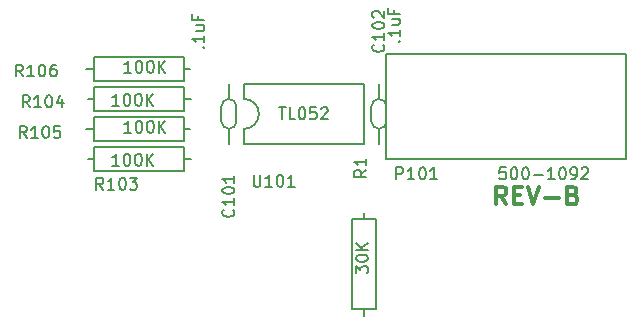
<source format=gbr>
G04 #@! TF.GenerationSoftware,KiCad,Pcbnew,(5.0.1)-3*
G04 #@! TF.CreationDate,2018-12-07T15:58:26-08:00*
G04 #@! TF.ProjectId,500-1092-DualAtnGain,3530302D313039322D4475616C41746E,rev?*
G04 #@! TF.SameCoordinates,Original*
G04 #@! TF.FileFunction,Legend,Top*
G04 #@! TF.FilePolarity,Positive*
%FSLAX46Y46*%
G04 Gerber Fmt 4.6, Leading zero omitted, Abs format (unit mm)*
G04 Created by KiCad (PCBNEW (5.0.1)-3) date 12/7/2018 3:58:26 PM*
%MOMM*%
%LPD*%
G01*
G04 APERTURE LIST*
%ADD10C,0.300000*%
%ADD11C,0.150000*%
G04 APERTURE END LIST*
D10*
X155579285Y-101643571D02*
X155079285Y-100929285D01*
X154722142Y-101643571D02*
X154722142Y-100143571D01*
X155293571Y-100143571D01*
X155436428Y-100215000D01*
X155507857Y-100286428D01*
X155579285Y-100429285D01*
X155579285Y-100643571D01*
X155507857Y-100786428D01*
X155436428Y-100857857D01*
X155293571Y-100929285D01*
X154722142Y-100929285D01*
X156222142Y-100857857D02*
X156722142Y-100857857D01*
X156936428Y-101643571D02*
X156222142Y-101643571D01*
X156222142Y-100143571D01*
X156936428Y-100143571D01*
X157365000Y-100143571D02*
X157865000Y-101643571D01*
X158365000Y-100143571D01*
X158865000Y-101072142D02*
X160007857Y-101072142D01*
X161222142Y-100857857D02*
X161436428Y-100929285D01*
X161507857Y-101000714D01*
X161579285Y-101143571D01*
X161579285Y-101357857D01*
X161507857Y-101500714D01*
X161436428Y-101572142D01*
X161293571Y-101643571D01*
X160722142Y-101643571D01*
X160722142Y-100143571D01*
X161222142Y-100143571D01*
X161365000Y-100215000D01*
X161436428Y-100286428D01*
X161507857Y-100429285D01*
X161507857Y-100572142D01*
X161436428Y-100715000D01*
X161365000Y-100786428D01*
X161222142Y-100857857D01*
X160722142Y-100857857D01*
D11*
G04 #@! TO.C,C101*
X131445000Y-94615000D02*
G75*
G03X132080000Y-95250000I635000J0D01*
G01*
X132080000Y-95250000D02*
G75*
G03X132715000Y-94615000I0J635000D01*
G01*
X132080000Y-92710000D02*
G75*
G03X131445000Y-93345000I0J-635000D01*
G01*
X132715000Y-93345000D02*
G75*
G03X132080000Y-92710000I-635000J0D01*
G01*
X131445000Y-93345000D02*
X131445000Y-94615000D01*
X132715000Y-93345000D02*
X132715000Y-94615000D01*
X132080000Y-96520000D02*
X132080000Y-95250000D01*
X132080000Y-91440000D02*
X132080000Y-92710000D01*
G04 #@! TO.C,C102*
X145415000Y-93345000D02*
G75*
G03X144780000Y-92710000I-635000J0D01*
G01*
X144780000Y-92710000D02*
G75*
G03X144145000Y-93345000I0J-635000D01*
G01*
X144780000Y-95250000D02*
G75*
G03X145415000Y-94615000I0J635000D01*
G01*
X144145000Y-94615000D02*
G75*
G03X144780000Y-95250000I635000J0D01*
G01*
X145415000Y-94615000D02*
X145415000Y-93345000D01*
X144145000Y-94615000D02*
X144145000Y-93345000D01*
X144780000Y-91440000D02*
X144780000Y-92710000D01*
X144780000Y-96520000D02*
X144780000Y-95250000D01*
G04 #@! TO.C,R103*
X120650000Y-96774000D02*
X120650000Y-98806000D01*
X128270000Y-96774000D02*
X128270000Y-98806000D01*
X120650000Y-97790000D02*
X120142000Y-97790000D01*
X128905000Y-97790000D02*
X128270000Y-97790000D01*
X120650000Y-98806000D02*
X128270000Y-98806000D01*
X128270000Y-96774000D02*
X120650000Y-96774000D01*
G04 #@! TO.C,R104*
X120650000Y-91694000D02*
X120650000Y-93726000D01*
X128270000Y-91694000D02*
X128270000Y-93726000D01*
X120650000Y-92710000D02*
X120142000Y-92710000D01*
X128905000Y-92710000D02*
X128270000Y-92710000D01*
X120650000Y-93726000D02*
X128270000Y-93726000D01*
X128270000Y-91694000D02*
X120650000Y-91694000D01*
G04 #@! TO.C,R105*
X128270000Y-96266000D02*
X128270000Y-94234000D01*
X120650000Y-96266000D02*
X120650000Y-94234000D01*
X128270000Y-95250000D02*
X128778000Y-95250000D01*
X120015000Y-95250000D02*
X120650000Y-95250000D01*
X128270000Y-94234000D02*
X120650000Y-94234000D01*
X120650000Y-96266000D02*
X128270000Y-96266000D01*
G04 #@! TO.C,R106*
X128270000Y-91186000D02*
X128270000Y-89154000D01*
X120650000Y-91186000D02*
X120650000Y-89154000D01*
X128270000Y-90170000D02*
X128778000Y-90170000D01*
X120015000Y-90170000D02*
X120650000Y-90170000D01*
X128270000Y-89154000D02*
X120650000Y-89154000D01*
X120650000Y-91186000D02*
X128270000Y-91186000D01*
G04 #@! TO.C,U101*
X133350000Y-95250000D02*
G75*
G03X134620000Y-93980000I0J1270000D01*
G01*
X134620000Y-93980000D02*
G75*
G03X133350000Y-92710000I-1270000J0D01*
G01*
X133350000Y-91440000D02*
X133350000Y-92710000D01*
X133350000Y-91440000D02*
X143510000Y-91440000D01*
X143510000Y-91440000D02*
X143510000Y-96520000D01*
X143510000Y-96520000D02*
X133350000Y-96520000D01*
X133350000Y-96520000D02*
X133350000Y-95250000D01*
G04 #@! TO.C,P101*
X145415000Y-88900000D02*
X145415000Y-90805000D01*
X165735000Y-88900000D02*
X145415000Y-88900000D01*
X165735000Y-90805000D02*
X165735000Y-88900000D01*
X145415000Y-97790000D02*
X145415000Y-95885000D01*
X165735000Y-97790000D02*
X145415000Y-97790000D01*
X165735000Y-95885000D02*
X165735000Y-97790000D01*
X165735000Y-90805000D02*
X165735000Y-95885000D01*
X145415000Y-95885000D02*
X145415000Y-90805000D01*
G04 #@! TO.C,R1*
X144526000Y-102870000D02*
X142494000Y-102870000D01*
X144526000Y-110490000D02*
X142494000Y-110490000D01*
X143510000Y-102870000D02*
X143510000Y-102362000D01*
X143510000Y-111125000D02*
X143510000Y-110490000D01*
X142494000Y-102870000D02*
X142494000Y-110490000D01*
X144526000Y-110490000D02*
X144526000Y-102870000D01*
G04 #@! TO.C,C101*
X132437142Y-102084047D02*
X132484761Y-102131666D01*
X132532380Y-102274523D01*
X132532380Y-102369761D01*
X132484761Y-102512619D01*
X132389523Y-102607857D01*
X132294285Y-102655476D01*
X132103809Y-102703095D01*
X131960952Y-102703095D01*
X131770476Y-102655476D01*
X131675238Y-102607857D01*
X131580000Y-102512619D01*
X131532380Y-102369761D01*
X131532380Y-102274523D01*
X131580000Y-102131666D01*
X131627619Y-102084047D01*
X132532380Y-101131666D02*
X132532380Y-101703095D01*
X132532380Y-101417380D02*
X131532380Y-101417380D01*
X131675238Y-101512619D01*
X131770476Y-101607857D01*
X131818095Y-101703095D01*
X131532380Y-100512619D02*
X131532380Y-100417380D01*
X131580000Y-100322142D01*
X131627619Y-100274523D01*
X131722857Y-100226904D01*
X131913333Y-100179285D01*
X132151428Y-100179285D01*
X132341904Y-100226904D01*
X132437142Y-100274523D01*
X132484761Y-100322142D01*
X132532380Y-100417380D01*
X132532380Y-100512619D01*
X132484761Y-100607857D01*
X132437142Y-100655476D01*
X132341904Y-100703095D01*
X132151428Y-100750714D01*
X131913333Y-100750714D01*
X131722857Y-100703095D01*
X131627619Y-100655476D01*
X131580000Y-100607857D01*
X131532380Y-100512619D01*
X132532380Y-99226904D02*
X132532380Y-99798333D01*
X132532380Y-99512619D02*
X131532380Y-99512619D01*
X131675238Y-99607857D01*
X131770476Y-99703095D01*
X131818095Y-99798333D01*
X129897142Y-88352142D02*
X129944761Y-88304523D01*
X129992380Y-88352142D01*
X129944761Y-88399761D01*
X129897142Y-88352142D01*
X129992380Y-88352142D01*
X129992380Y-87352142D02*
X129992380Y-87923571D01*
X129992380Y-87637857D02*
X128992380Y-87637857D01*
X129135238Y-87733095D01*
X129230476Y-87828333D01*
X129278095Y-87923571D01*
X129325714Y-86495000D02*
X129992380Y-86495000D01*
X129325714Y-86923571D02*
X129849523Y-86923571D01*
X129944761Y-86875952D01*
X129992380Y-86780714D01*
X129992380Y-86637857D01*
X129944761Y-86542619D01*
X129897142Y-86495000D01*
X129468571Y-85685476D02*
X129468571Y-86018809D01*
X129992380Y-86018809D02*
X128992380Y-86018809D01*
X128992380Y-85542619D01*
G04 #@! TO.C,C102*
X145137142Y-88114047D02*
X145184761Y-88161666D01*
X145232380Y-88304523D01*
X145232380Y-88399761D01*
X145184761Y-88542619D01*
X145089523Y-88637857D01*
X144994285Y-88685476D01*
X144803809Y-88733095D01*
X144660952Y-88733095D01*
X144470476Y-88685476D01*
X144375238Y-88637857D01*
X144280000Y-88542619D01*
X144232380Y-88399761D01*
X144232380Y-88304523D01*
X144280000Y-88161666D01*
X144327619Y-88114047D01*
X145232380Y-87161666D02*
X145232380Y-87733095D01*
X145232380Y-87447380D02*
X144232380Y-87447380D01*
X144375238Y-87542619D01*
X144470476Y-87637857D01*
X144518095Y-87733095D01*
X144232380Y-86542619D02*
X144232380Y-86447380D01*
X144280000Y-86352142D01*
X144327619Y-86304523D01*
X144422857Y-86256904D01*
X144613333Y-86209285D01*
X144851428Y-86209285D01*
X145041904Y-86256904D01*
X145137142Y-86304523D01*
X145184761Y-86352142D01*
X145232380Y-86447380D01*
X145232380Y-86542619D01*
X145184761Y-86637857D01*
X145137142Y-86685476D01*
X145041904Y-86733095D01*
X144851428Y-86780714D01*
X144613333Y-86780714D01*
X144422857Y-86733095D01*
X144327619Y-86685476D01*
X144280000Y-86637857D01*
X144232380Y-86542619D01*
X144327619Y-85828333D02*
X144280000Y-85780714D01*
X144232380Y-85685476D01*
X144232380Y-85447380D01*
X144280000Y-85352142D01*
X144327619Y-85304523D01*
X144422857Y-85256904D01*
X144518095Y-85256904D01*
X144660952Y-85304523D01*
X145232380Y-85875952D01*
X145232380Y-85256904D01*
X146470642Y-87844142D02*
X146518261Y-87796523D01*
X146565880Y-87844142D01*
X146518261Y-87891761D01*
X146470642Y-87844142D01*
X146565880Y-87844142D01*
X146565880Y-86844142D02*
X146565880Y-87415571D01*
X146565880Y-87129857D02*
X145565880Y-87129857D01*
X145708738Y-87225095D01*
X145803976Y-87320333D01*
X145851595Y-87415571D01*
X145899214Y-85987000D02*
X146565880Y-85987000D01*
X145899214Y-86415571D02*
X146423023Y-86415571D01*
X146518261Y-86367952D01*
X146565880Y-86272714D01*
X146565880Y-86129857D01*
X146518261Y-86034619D01*
X146470642Y-85987000D01*
X146042071Y-85177476D02*
X146042071Y-85510809D01*
X146565880Y-85510809D02*
X145565880Y-85510809D01*
X145565880Y-85034619D01*
G04 #@! TO.C,R103*
X121435952Y-100401380D02*
X121102619Y-99925190D01*
X120864523Y-100401380D02*
X120864523Y-99401380D01*
X121245476Y-99401380D01*
X121340714Y-99449000D01*
X121388333Y-99496619D01*
X121435952Y-99591857D01*
X121435952Y-99734714D01*
X121388333Y-99829952D01*
X121340714Y-99877571D01*
X121245476Y-99925190D01*
X120864523Y-99925190D01*
X122388333Y-100401380D02*
X121816904Y-100401380D01*
X122102619Y-100401380D02*
X122102619Y-99401380D01*
X122007380Y-99544238D01*
X121912142Y-99639476D01*
X121816904Y-99687095D01*
X123007380Y-99401380D02*
X123102619Y-99401380D01*
X123197857Y-99449000D01*
X123245476Y-99496619D01*
X123293095Y-99591857D01*
X123340714Y-99782333D01*
X123340714Y-100020428D01*
X123293095Y-100210904D01*
X123245476Y-100306142D01*
X123197857Y-100353761D01*
X123102619Y-100401380D01*
X123007380Y-100401380D01*
X122912142Y-100353761D01*
X122864523Y-100306142D01*
X122816904Y-100210904D01*
X122769285Y-100020428D01*
X122769285Y-99782333D01*
X122816904Y-99591857D01*
X122864523Y-99496619D01*
X122912142Y-99449000D01*
X123007380Y-99401380D01*
X123674047Y-99401380D02*
X124293095Y-99401380D01*
X123959761Y-99782333D01*
X124102619Y-99782333D01*
X124197857Y-99829952D01*
X124245476Y-99877571D01*
X124293095Y-99972809D01*
X124293095Y-100210904D01*
X124245476Y-100306142D01*
X124197857Y-100353761D01*
X124102619Y-100401380D01*
X123816904Y-100401380D01*
X123721666Y-100353761D01*
X123674047Y-100306142D01*
X122785333Y-98369380D02*
X122213904Y-98369380D01*
X122499619Y-98369380D02*
X122499619Y-97369380D01*
X122404380Y-97512238D01*
X122309142Y-97607476D01*
X122213904Y-97655095D01*
X123404380Y-97369380D02*
X123499619Y-97369380D01*
X123594857Y-97417000D01*
X123642476Y-97464619D01*
X123690095Y-97559857D01*
X123737714Y-97750333D01*
X123737714Y-97988428D01*
X123690095Y-98178904D01*
X123642476Y-98274142D01*
X123594857Y-98321761D01*
X123499619Y-98369380D01*
X123404380Y-98369380D01*
X123309142Y-98321761D01*
X123261523Y-98274142D01*
X123213904Y-98178904D01*
X123166285Y-97988428D01*
X123166285Y-97750333D01*
X123213904Y-97559857D01*
X123261523Y-97464619D01*
X123309142Y-97417000D01*
X123404380Y-97369380D01*
X124356761Y-97369380D02*
X124452000Y-97369380D01*
X124547238Y-97417000D01*
X124594857Y-97464619D01*
X124642476Y-97559857D01*
X124690095Y-97750333D01*
X124690095Y-97988428D01*
X124642476Y-98178904D01*
X124594857Y-98274142D01*
X124547238Y-98321761D01*
X124452000Y-98369380D01*
X124356761Y-98369380D01*
X124261523Y-98321761D01*
X124213904Y-98274142D01*
X124166285Y-98178904D01*
X124118666Y-97988428D01*
X124118666Y-97750333D01*
X124166285Y-97559857D01*
X124213904Y-97464619D01*
X124261523Y-97417000D01*
X124356761Y-97369380D01*
X125118666Y-98369380D02*
X125118666Y-97369380D01*
X125690095Y-98369380D02*
X125261523Y-97797952D01*
X125690095Y-97369380D02*
X125118666Y-97940809D01*
G04 #@! TO.C,R104*
X115212952Y-93416380D02*
X114879619Y-92940190D01*
X114641523Y-93416380D02*
X114641523Y-92416380D01*
X115022476Y-92416380D01*
X115117714Y-92464000D01*
X115165333Y-92511619D01*
X115212952Y-92606857D01*
X115212952Y-92749714D01*
X115165333Y-92844952D01*
X115117714Y-92892571D01*
X115022476Y-92940190D01*
X114641523Y-92940190D01*
X116165333Y-93416380D02*
X115593904Y-93416380D01*
X115879619Y-93416380D02*
X115879619Y-92416380D01*
X115784380Y-92559238D01*
X115689142Y-92654476D01*
X115593904Y-92702095D01*
X116784380Y-92416380D02*
X116879619Y-92416380D01*
X116974857Y-92464000D01*
X117022476Y-92511619D01*
X117070095Y-92606857D01*
X117117714Y-92797333D01*
X117117714Y-93035428D01*
X117070095Y-93225904D01*
X117022476Y-93321142D01*
X116974857Y-93368761D01*
X116879619Y-93416380D01*
X116784380Y-93416380D01*
X116689142Y-93368761D01*
X116641523Y-93321142D01*
X116593904Y-93225904D01*
X116546285Y-93035428D01*
X116546285Y-92797333D01*
X116593904Y-92606857D01*
X116641523Y-92511619D01*
X116689142Y-92464000D01*
X116784380Y-92416380D01*
X117974857Y-92749714D02*
X117974857Y-93416380D01*
X117736761Y-92368761D02*
X117498666Y-93083047D01*
X118117714Y-93083047D01*
X122785333Y-93289380D02*
X122213904Y-93289380D01*
X122499619Y-93289380D02*
X122499619Y-92289380D01*
X122404380Y-92432238D01*
X122309142Y-92527476D01*
X122213904Y-92575095D01*
X123404380Y-92289380D02*
X123499619Y-92289380D01*
X123594857Y-92337000D01*
X123642476Y-92384619D01*
X123690095Y-92479857D01*
X123737714Y-92670333D01*
X123737714Y-92908428D01*
X123690095Y-93098904D01*
X123642476Y-93194142D01*
X123594857Y-93241761D01*
X123499619Y-93289380D01*
X123404380Y-93289380D01*
X123309142Y-93241761D01*
X123261523Y-93194142D01*
X123213904Y-93098904D01*
X123166285Y-92908428D01*
X123166285Y-92670333D01*
X123213904Y-92479857D01*
X123261523Y-92384619D01*
X123309142Y-92337000D01*
X123404380Y-92289380D01*
X124356761Y-92289380D02*
X124452000Y-92289380D01*
X124547238Y-92337000D01*
X124594857Y-92384619D01*
X124642476Y-92479857D01*
X124690095Y-92670333D01*
X124690095Y-92908428D01*
X124642476Y-93098904D01*
X124594857Y-93194142D01*
X124547238Y-93241761D01*
X124452000Y-93289380D01*
X124356761Y-93289380D01*
X124261523Y-93241761D01*
X124213904Y-93194142D01*
X124166285Y-93098904D01*
X124118666Y-92908428D01*
X124118666Y-92670333D01*
X124166285Y-92479857D01*
X124213904Y-92384619D01*
X124261523Y-92337000D01*
X124356761Y-92289380D01*
X125118666Y-93289380D02*
X125118666Y-92289380D01*
X125690095Y-93289380D02*
X125261523Y-92717952D01*
X125690095Y-92289380D02*
X125118666Y-92860809D01*
G04 #@! TO.C,R105*
X114958952Y-96019880D02*
X114625619Y-95543690D01*
X114387523Y-96019880D02*
X114387523Y-95019880D01*
X114768476Y-95019880D01*
X114863714Y-95067500D01*
X114911333Y-95115119D01*
X114958952Y-95210357D01*
X114958952Y-95353214D01*
X114911333Y-95448452D01*
X114863714Y-95496071D01*
X114768476Y-95543690D01*
X114387523Y-95543690D01*
X115911333Y-96019880D02*
X115339904Y-96019880D01*
X115625619Y-96019880D02*
X115625619Y-95019880D01*
X115530380Y-95162738D01*
X115435142Y-95257976D01*
X115339904Y-95305595D01*
X116530380Y-95019880D02*
X116625619Y-95019880D01*
X116720857Y-95067500D01*
X116768476Y-95115119D01*
X116816095Y-95210357D01*
X116863714Y-95400833D01*
X116863714Y-95638928D01*
X116816095Y-95829404D01*
X116768476Y-95924642D01*
X116720857Y-95972261D01*
X116625619Y-96019880D01*
X116530380Y-96019880D01*
X116435142Y-95972261D01*
X116387523Y-95924642D01*
X116339904Y-95829404D01*
X116292285Y-95638928D01*
X116292285Y-95400833D01*
X116339904Y-95210357D01*
X116387523Y-95115119D01*
X116435142Y-95067500D01*
X116530380Y-95019880D01*
X117768476Y-95019880D02*
X117292285Y-95019880D01*
X117244666Y-95496071D01*
X117292285Y-95448452D01*
X117387523Y-95400833D01*
X117625619Y-95400833D01*
X117720857Y-95448452D01*
X117768476Y-95496071D01*
X117816095Y-95591309D01*
X117816095Y-95829404D01*
X117768476Y-95924642D01*
X117720857Y-95972261D01*
X117625619Y-96019880D01*
X117387523Y-96019880D01*
X117292285Y-95972261D01*
X117244666Y-95924642D01*
X123801333Y-95575380D02*
X123229904Y-95575380D01*
X123515619Y-95575380D02*
X123515619Y-94575380D01*
X123420380Y-94718238D01*
X123325142Y-94813476D01*
X123229904Y-94861095D01*
X124420380Y-94575380D02*
X124515619Y-94575380D01*
X124610857Y-94623000D01*
X124658476Y-94670619D01*
X124706095Y-94765857D01*
X124753714Y-94956333D01*
X124753714Y-95194428D01*
X124706095Y-95384904D01*
X124658476Y-95480142D01*
X124610857Y-95527761D01*
X124515619Y-95575380D01*
X124420380Y-95575380D01*
X124325142Y-95527761D01*
X124277523Y-95480142D01*
X124229904Y-95384904D01*
X124182285Y-95194428D01*
X124182285Y-94956333D01*
X124229904Y-94765857D01*
X124277523Y-94670619D01*
X124325142Y-94623000D01*
X124420380Y-94575380D01*
X125372761Y-94575380D02*
X125468000Y-94575380D01*
X125563238Y-94623000D01*
X125610857Y-94670619D01*
X125658476Y-94765857D01*
X125706095Y-94956333D01*
X125706095Y-95194428D01*
X125658476Y-95384904D01*
X125610857Y-95480142D01*
X125563238Y-95527761D01*
X125468000Y-95575380D01*
X125372761Y-95575380D01*
X125277523Y-95527761D01*
X125229904Y-95480142D01*
X125182285Y-95384904D01*
X125134666Y-95194428D01*
X125134666Y-94956333D01*
X125182285Y-94765857D01*
X125229904Y-94670619D01*
X125277523Y-94623000D01*
X125372761Y-94575380D01*
X126134666Y-95575380D02*
X126134666Y-94575380D01*
X126706095Y-95575380D02*
X126277523Y-95003952D01*
X126706095Y-94575380D02*
X126134666Y-95146809D01*
G04 #@! TO.C,R106*
X114641452Y-90812880D02*
X114308119Y-90336690D01*
X114070023Y-90812880D02*
X114070023Y-89812880D01*
X114450976Y-89812880D01*
X114546214Y-89860500D01*
X114593833Y-89908119D01*
X114641452Y-90003357D01*
X114641452Y-90146214D01*
X114593833Y-90241452D01*
X114546214Y-90289071D01*
X114450976Y-90336690D01*
X114070023Y-90336690D01*
X115593833Y-90812880D02*
X115022404Y-90812880D01*
X115308119Y-90812880D02*
X115308119Y-89812880D01*
X115212880Y-89955738D01*
X115117642Y-90050976D01*
X115022404Y-90098595D01*
X116212880Y-89812880D02*
X116308119Y-89812880D01*
X116403357Y-89860500D01*
X116450976Y-89908119D01*
X116498595Y-90003357D01*
X116546214Y-90193833D01*
X116546214Y-90431928D01*
X116498595Y-90622404D01*
X116450976Y-90717642D01*
X116403357Y-90765261D01*
X116308119Y-90812880D01*
X116212880Y-90812880D01*
X116117642Y-90765261D01*
X116070023Y-90717642D01*
X116022404Y-90622404D01*
X115974785Y-90431928D01*
X115974785Y-90193833D01*
X116022404Y-90003357D01*
X116070023Y-89908119D01*
X116117642Y-89860500D01*
X116212880Y-89812880D01*
X117403357Y-89812880D02*
X117212880Y-89812880D01*
X117117642Y-89860500D01*
X117070023Y-89908119D01*
X116974785Y-90050976D01*
X116927166Y-90241452D01*
X116927166Y-90622404D01*
X116974785Y-90717642D01*
X117022404Y-90765261D01*
X117117642Y-90812880D01*
X117308119Y-90812880D01*
X117403357Y-90765261D01*
X117450976Y-90717642D01*
X117498595Y-90622404D01*
X117498595Y-90384309D01*
X117450976Y-90289071D01*
X117403357Y-90241452D01*
X117308119Y-90193833D01*
X117117642Y-90193833D01*
X117022404Y-90241452D01*
X116974785Y-90289071D01*
X116927166Y-90384309D01*
X123801333Y-90495380D02*
X123229904Y-90495380D01*
X123515619Y-90495380D02*
X123515619Y-89495380D01*
X123420380Y-89638238D01*
X123325142Y-89733476D01*
X123229904Y-89781095D01*
X124420380Y-89495380D02*
X124515619Y-89495380D01*
X124610857Y-89543000D01*
X124658476Y-89590619D01*
X124706095Y-89685857D01*
X124753714Y-89876333D01*
X124753714Y-90114428D01*
X124706095Y-90304904D01*
X124658476Y-90400142D01*
X124610857Y-90447761D01*
X124515619Y-90495380D01*
X124420380Y-90495380D01*
X124325142Y-90447761D01*
X124277523Y-90400142D01*
X124229904Y-90304904D01*
X124182285Y-90114428D01*
X124182285Y-89876333D01*
X124229904Y-89685857D01*
X124277523Y-89590619D01*
X124325142Y-89543000D01*
X124420380Y-89495380D01*
X125372761Y-89495380D02*
X125468000Y-89495380D01*
X125563238Y-89543000D01*
X125610857Y-89590619D01*
X125658476Y-89685857D01*
X125706095Y-89876333D01*
X125706095Y-90114428D01*
X125658476Y-90304904D01*
X125610857Y-90400142D01*
X125563238Y-90447761D01*
X125468000Y-90495380D01*
X125372761Y-90495380D01*
X125277523Y-90447761D01*
X125229904Y-90400142D01*
X125182285Y-90304904D01*
X125134666Y-90114428D01*
X125134666Y-89876333D01*
X125182285Y-89685857D01*
X125229904Y-89590619D01*
X125277523Y-89543000D01*
X125372761Y-89495380D01*
X126134666Y-90495380D02*
X126134666Y-89495380D01*
X126706095Y-90495380D02*
X126277523Y-89923952D01*
X126706095Y-89495380D02*
X126134666Y-90066809D01*
G04 #@! TO.C,U101*
X134175714Y-99147380D02*
X134175714Y-99956904D01*
X134223333Y-100052142D01*
X134270952Y-100099761D01*
X134366190Y-100147380D01*
X134556666Y-100147380D01*
X134651904Y-100099761D01*
X134699523Y-100052142D01*
X134747142Y-99956904D01*
X134747142Y-99147380D01*
X135747142Y-100147380D02*
X135175714Y-100147380D01*
X135461428Y-100147380D02*
X135461428Y-99147380D01*
X135366190Y-99290238D01*
X135270952Y-99385476D01*
X135175714Y-99433095D01*
X136366190Y-99147380D02*
X136461428Y-99147380D01*
X136556666Y-99195000D01*
X136604285Y-99242619D01*
X136651904Y-99337857D01*
X136699523Y-99528333D01*
X136699523Y-99766428D01*
X136651904Y-99956904D01*
X136604285Y-100052142D01*
X136556666Y-100099761D01*
X136461428Y-100147380D01*
X136366190Y-100147380D01*
X136270952Y-100099761D01*
X136223333Y-100052142D01*
X136175714Y-99956904D01*
X136128095Y-99766428D01*
X136128095Y-99528333D01*
X136175714Y-99337857D01*
X136223333Y-99242619D01*
X136270952Y-99195000D01*
X136366190Y-99147380D01*
X137651904Y-100147380D02*
X137080476Y-100147380D01*
X137366190Y-100147380D02*
X137366190Y-99147380D01*
X137270952Y-99290238D01*
X137175714Y-99385476D01*
X137080476Y-99433095D01*
X136310952Y-93432380D02*
X136882380Y-93432380D01*
X136596666Y-94432380D02*
X136596666Y-93432380D01*
X137691904Y-94432380D02*
X137215714Y-94432380D01*
X137215714Y-93432380D01*
X138215714Y-93432380D02*
X138310952Y-93432380D01*
X138406190Y-93480000D01*
X138453809Y-93527619D01*
X138501428Y-93622857D01*
X138549047Y-93813333D01*
X138549047Y-94051428D01*
X138501428Y-94241904D01*
X138453809Y-94337142D01*
X138406190Y-94384761D01*
X138310952Y-94432380D01*
X138215714Y-94432380D01*
X138120476Y-94384761D01*
X138072857Y-94337142D01*
X138025238Y-94241904D01*
X137977619Y-94051428D01*
X137977619Y-93813333D01*
X138025238Y-93622857D01*
X138072857Y-93527619D01*
X138120476Y-93480000D01*
X138215714Y-93432380D01*
X139453809Y-93432380D02*
X138977619Y-93432380D01*
X138930000Y-93908571D01*
X138977619Y-93860952D01*
X139072857Y-93813333D01*
X139310952Y-93813333D01*
X139406190Y-93860952D01*
X139453809Y-93908571D01*
X139501428Y-94003809D01*
X139501428Y-94241904D01*
X139453809Y-94337142D01*
X139406190Y-94384761D01*
X139310952Y-94432380D01*
X139072857Y-94432380D01*
X138977619Y-94384761D01*
X138930000Y-94337142D01*
X139882380Y-93527619D02*
X139930000Y-93480000D01*
X140025238Y-93432380D01*
X140263333Y-93432380D01*
X140358571Y-93480000D01*
X140406190Y-93527619D01*
X140453809Y-93622857D01*
X140453809Y-93718095D01*
X140406190Y-93860952D01*
X139834761Y-94432380D01*
X140453809Y-94432380D01*
G04 #@! TO.C,P101*
X146264523Y-99512380D02*
X146264523Y-98512380D01*
X146645476Y-98512380D01*
X146740714Y-98560000D01*
X146788333Y-98607619D01*
X146835952Y-98702857D01*
X146835952Y-98845714D01*
X146788333Y-98940952D01*
X146740714Y-98988571D01*
X146645476Y-99036190D01*
X146264523Y-99036190D01*
X147788333Y-99512380D02*
X147216904Y-99512380D01*
X147502619Y-99512380D02*
X147502619Y-98512380D01*
X147407380Y-98655238D01*
X147312142Y-98750476D01*
X147216904Y-98798095D01*
X148407380Y-98512380D02*
X148502619Y-98512380D01*
X148597857Y-98560000D01*
X148645476Y-98607619D01*
X148693095Y-98702857D01*
X148740714Y-98893333D01*
X148740714Y-99131428D01*
X148693095Y-99321904D01*
X148645476Y-99417142D01*
X148597857Y-99464761D01*
X148502619Y-99512380D01*
X148407380Y-99512380D01*
X148312142Y-99464761D01*
X148264523Y-99417142D01*
X148216904Y-99321904D01*
X148169285Y-99131428D01*
X148169285Y-98893333D01*
X148216904Y-98702857D01*
X148264523Y-98607619D01*
X148312142Y-98560000D01*
X148407380Y-98512380D01*
X149693095Y-99512380D02*
X149121666Y-99512380D01*
X149407380Y-99512380D02*
X149407380Y-98512380D01*
X149312142Y-98655238D01*
X149216904Y-98750476D01*
X149121666Y-98798095D01*
X155511904Y-98512380D02*
X155035714Y-98512380D01*
X154988095Y-98988571D01*
X155035714Y-98940952D01*
X155130952Y-98893333D01*
X155369047Y-98893333D01*
X155464285Y-98940952D01*
X155511904Y-98988571D01*
X155559523Y-99083809D01*
X155559523Y-99321904D01*
X155511904Y-99417142D01*
X155464285Y-99464761D01*
X155369047Y-99512380D01*
X155130952Y-99512380D01*
X155035714Y-99464761D01*
X154988095Y-99417142D01*
X156178571Y-98512380D02*
X156273809Y-98512380D01*
X156369047Y-98560000D01*
X156416666Y-98607619D01*
X156464285Y-98702857D01*
X156511904Y-98893333D01*
X156511904Y-99131428D01*
X156464285Y-99321904D01*
X156416666Y-99417142D01*
X156369047Y-99464761D01*
X156273809Y-99512380D01*
X156178571Y-99512380D01*
X156083333Y-99464761D01*
X156035714Y-99417142D01*
X155988095Y-99321904D01*
X155940476Y-99131428D01*
X155940476Y-98893333D01*
X155988095Y-98702857D01*
X156035714Y-98607619D01*
X156083333Y-98560000D01*
X156178571Y-98512380D01*
X157130952Y-98512380D02*
X157226190Y-98512380D01*
X157321428Y-98560000D01*
X157369047Y-98607619D01*
X157416666Y-98702857D01*
X157464285Y-98893333D01*
X157464285Y-99131428D01*
X157416666Y-99321904D01*
X157369047Y-99417142D01*
X157321428Y-99464761D01*
X157226190Y-99512380D01*
X157130952Y-99512380D01*
X157035714Y-99464761D01*
X156988095Y-99417142D01*
X156940476Y-99321904D01*
X156892857Y-99131428D01*
X156892857Y-98893333D01*
X156940476Y-98702857D01*
X156988095Y-98607619D01*
X157035714Y-98560000D01*
X157130952Y-98512380D01*
X157892857Y-99131428D02*
X158654761Y-99131428D01*
X159654761Y-99512380D02*
X159083333Y-99512380D01*
X159369047Y-99512380D02*
X159369047Y-98512380D01*
X159273809Y-98655238D01*
X159178571Y-98750476D01*
X159083333Y-98798095D01*
X160273809Y-98512380D02*
X160369047Y-98512380D01*
X160464285Y-98560000D01*
X160511904Y-98607619D01*
X160559523Y-98702857D01*
X160607142Y-98893333D01*
X160607142Y-99131428D01*
X160559523Y-99321904D01*
X160511904Y-99417142D01*
X160464285Y-99464761D01*
X160369047Y-99512380D01*
X160273809Y-99512380D01*
X160178571Y-99464761D01*
X160130952Y-99417142D01*
X160083333Y-99321904D01*
X160035714Y-99131428D01*
X160035714Y-98893333D01*
X160083333Y-98702857D01*
X160130952Y-98607619D01*
X160178571Y-98560000D01*
X160273809Y-98512380D01*
X161083333Y-99512380D02*
X161273809Y-99512380D01*
X161369047Y-99464761D01*
X161416666Y-99417142D01*
X161511904Y-99274285D01*
X161559523Y-99083809D01*
X161559523Y-98702857D01*
X161511904Y-98607619D01*
X161464285Y-98560000D01*
X161369047Y-98512380D01*
X161178571Y-98512380D01*
X161083333Y-98560000D01*
X161035714Y-98607619D01*
X160988095Y-98702857D01*
X160988095Y-98940952D01*
X161035714Y-99036190D01*
X161083333Y-99083809D01*
X161178571Y-99131428D01*
X161369047Y-99131428D01*
X161464285Y-99083809D01*
X161511904Y-99036190D01*
X161559523Y-98940952D01*
X161940476Y-98607619D02*
X161988095Y-98560000D01*
X162083333Y-98512380D01*
X162321428Y-98512380D01*
X162416666Y-98560000D01*
X162464285Y-98607619D01*
X162511904Y-98702857D01*
X162511904Y-98798095D01*
X162464285Y-98940952D01*
X161892857Y-99512380D01*
X162511904Y-99512380D01*
G04 #@! TO.C,R1*
X143708380Y-98718666D02*
X143232190Y-99052000D01*
X143708380Y-99290095D02*
X142708380Y-99290095D01*
X142708380Y-98909142D01*
X142756000Y-98813904D01*
X142803619Y-98766285D01*
X142898857Y-98718666D01*
X143041714Y-98718666D01*
X143136952Y-98766285D01*
X143184571Y-98813904D01*
X143232190Y-98909142D01*
X143232190Y-99290095D01*
X143708380Y-97766285D02*
X143708380Y-98337714D01*
X143708380Y-98052000D02*
X142708380Y-98052000D01*
X142851238Y-98147238D01*
X142946476Y-98242476D01*
X142994095Y-98337714D01*
X142835380Y-107481523D02*
X142835380Y-106862476D01*
X143216333Y-107195809D01*
X143216333Y-107052952D01*
X143263952Y-106957714D01*
X143311571Y-106910095D01*
X143406809Y-106862476D01*
X143644904Y-106862476D01*
X143740142Y-106910095D01*
X143787761Y-106957714D01*
X143835380Y-107052952D01*
X143835380Y-107338666D01*
X143787761Y-107433904D01*
X143740142Y-107481523D01*
X142835380Y-106243428D02*
X142835380Y-106148190D01*
X142883000Y-106052952D01*
X142930619Y-106005333D01*
X143025857Y-105957714D01*
X143216333Y-105910095D01*
X143454428Y-105910095D01*
X143644904Y-105957714D01*
X143740142Y-106005333D01*
X143787761Y-106052952D01*
X143835380Y-106148190D01*
X143835380Y-106243428D01*
X143787761Y-106338666D01*
X143740142Y-106386285D01*
X143644904Y-106433904D01*
X143454428Y-106481523D01*
X143216333Y-106481523D01*
X143025857Y-106433904D01*
X142930619Y-106386285D01*
X142883000Y-106338666D01*
X142835380Y-106243428D01*
X143835380Y-105481523D02*
X142835380Y-105481523D01*
X143835380Y-104910095D02*
X143263952Y-105338666D01*
X142835380Y-104910095D02*
X143406809Y-105481523D01*
G04 #@! TD*
M02*

</source>
